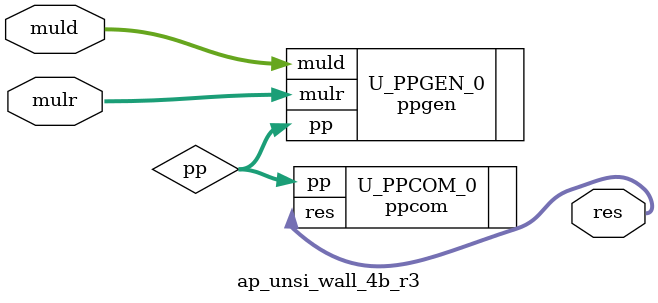
<source format=v>
module ap_unsi_wall_4b_r3 (
    input  [3:0] muld,
    input  [3:0] mulr,
    
    output [7:0] res
);

wire [15:0] pp;

ppgen #(
    .DW                             ( 4                             ))
U_PPGEN_0(
    .muld                           ( muld                          ),
    .mulr                           ( mulr                          ),
    .pp                             ( pp                            )
);


ppcom U_PPCOM_0(
    .pp                             ( pp                            ),
    .res                            ( res                           )
);


endmodule

</source>
